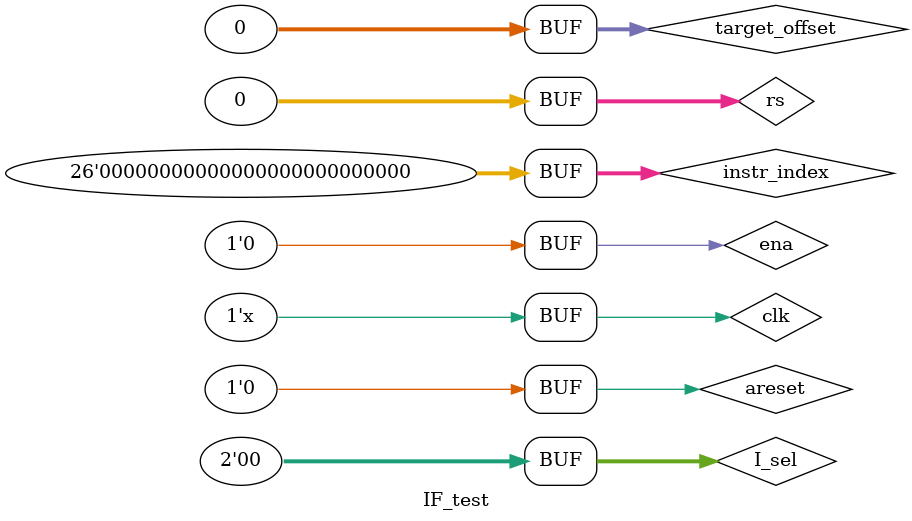
<source format=v>
`timescale 1ns / 1ps


module IF_test();
    reg clk;
    reg [1:0] I_sel;
    reg ena;
    reg [31:0] target_offset;
    reg [25:0] instr_index;
    reg [31:0] rs;
    reg areset;
    wire [31:0] PC;
    wire [31:0] Instruction;
    always #8 clk = ~clk;

    Instruction_fetch If(clk,areset,ena,I_sel,target_offset,instr_index,rs,PC,Instruction);
    initial begin
        ena = 1;
        clk = 0;
        I_sel = 2'b00;
        target_offset = 0;
        instr_index = 0;
        rs = 0;
        areset = 0;
        #100 areset = 1;
        #10 areset = 0;
        #1 ena = 0;
    end

endmodule

</source>
